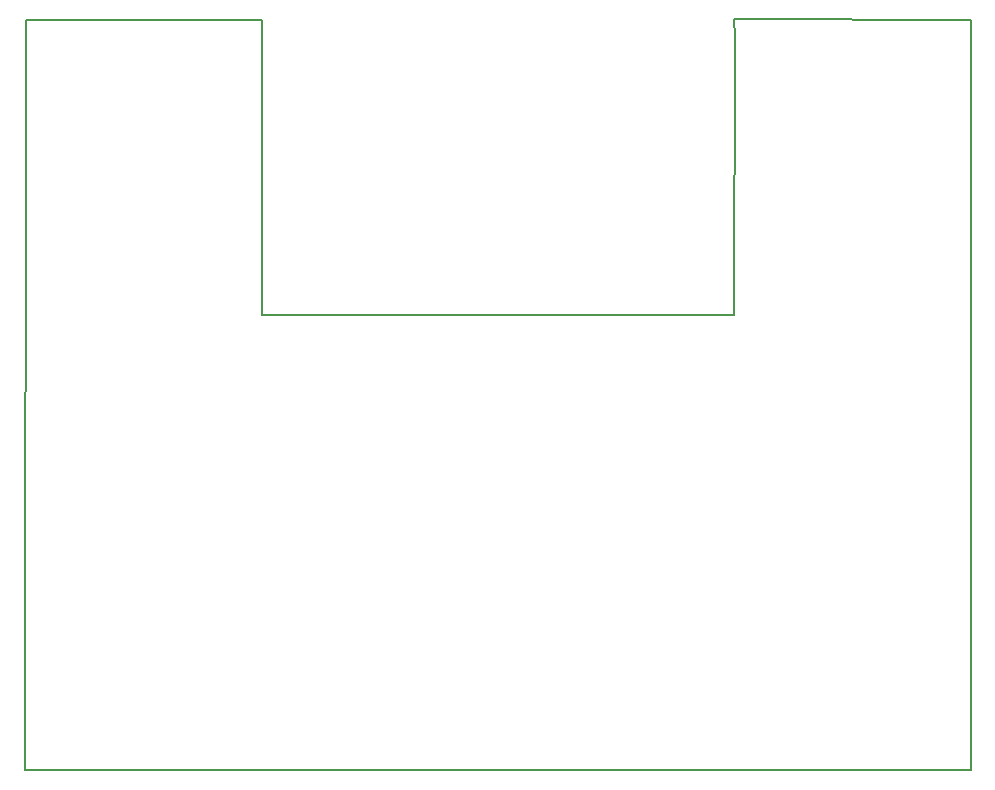
<source format=gbr>
G04 DipTrace 3.3.1.3*
G04 BoardOutline.gbr*
%MOIN*%
G04 #@! TF.FileFunction,Profile*
G04 #@! TF.Part,Single*
%ADD11C,0.005512*%
%FSLAX26Y26*%
G04*
G70*
G90*
G75*
G01*
G04 BoardOutline*
%LPD*%
X393701Y393701D2*
D11*
X3548932Y396472D1*
X3547743Y2896488D1*
X2759824Y2897748D1*
X2760762Y2836583D1*
X2759349Y1911580D1*
X1186638Y1911144D1*
X1185575Y2896425D1*
X398136Y2896488D1*
X393701Y393701D1*
M02*

</source>
